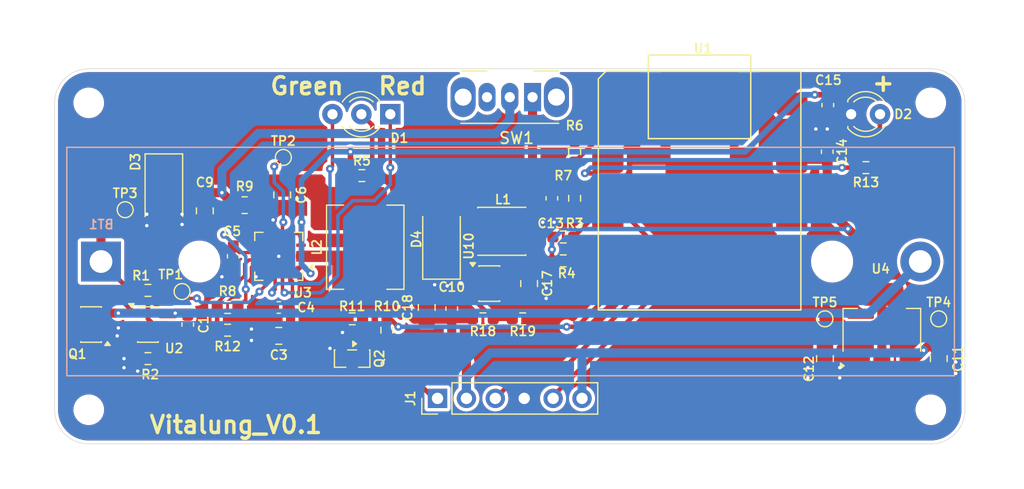
<source format=kicad_pcb>
(kicad_pcb (version 20241229) (generator "pcbnew") (generator_version "9.0")
  (title_block (title "Vitalung") (date "2026-02-05") (rev "0.1"))
  (layers (0 "F.Cu" signal) (2 "B.Cu" signal) (13 "F.Paste" user) (15 "B.Paste" user) (5 "F.SilkS" user "F.Silkscreen") (7 "B.SilkS" user "B.Silkscreen") (1 "F.Mask" user) (3 "B.Mask" user) (25 "Edge.Cuts" user))
  (net 0 "")
  (net 1 "+BATT")
  (net 2 "Net-(BT1--)")
  (net 3 "Net-(U2-VCC)")
  (net 4 "GND")
  (net 5 "VBUS")
  (net 6 "VREG")
  (net 7 "Net-(U3-VS)")
  (net 8 "+5V")
  (net 9 "+3V3")
  (net 10 "BTSENS")
  (net 11 "Net-(D1-A)")
  (net 12 "Net-(D4-A)")
  (net 13 "Net-(J1-Pin_1)")
  (net 14 "SDA")
  (net 15 "SCL")
  (net 16 "Net-(U3-LX_1)")
  (net 18 "Net-(Q1-G1)")
  (net 19 "Net-(Q1-G2)")
  (net 21 "Net-(Q2-G)")
  (net 22 "Net-(U2-CS)")
  (net 23 "Net-(U3-TS)")
  (net 24 "Heater_En")
  (net 25 "Net-(U10-FB)")
  (net 26 "Net-(U3-CS)")
  (net 27 "Net-(U3-PWR_ON-)")
  (net 32 "/Green")
  (net 33 "/Red")
  (net 35 "Net-(D2-A)")
  (net 37 "Net-(SW1-A)")
  (net 40 "Net-(U1-PA10_A2_D2)")
  (footprint "Capacitor_SMD:C_0805_2012Metric_Pad1.18x1.45mm_HandSolder" (layer "F.Cu") (at 159.5 95.9 -90)
    (property "Reference" "C17")
    (property "Value" "10uF")
  )
  (footprint "Resistor_SMD:R_0603_1608Metric_Pad0.98x0.95mm_HandSolder" (layer "F.Cu") (at 155.4375 99 180)
    (property "Reference" "R18")
    (property "Value" "20K")
  )
  (footprint "Resistor_SMD:R_0603_1608Metric_Pad0.98x0.95mm_HandSolder" (layer "F.Cu") (at 126 96.5)
    (property "Reference" "R1")
    (property "Value" "100R")
  )
  (footprint "TestPoint:TestPoint_Pad_D1.0mm" (layer "F.Cu") (at 185.5 99)
    (property "Reference" "TP5")
    (property "Value" "TestPoint")
  )
  (footprint "Resistor_SMD:R_0603_1608Metric_Pad0.98x0.95mm_HandSolder" (layer "F.Cu") (at 143.95 99)
    (property "Reference" "R11")
    (property "Value" "10K")
  )
  (footprint "Diode_SMD:D_SMA" (layer "F.Cu") (at 151.8 92 90)
    (property "Reference" "D4")
    (property "Value" "SS34")
  )
  (footprint "Capacitor_SMD:C_0805_2012Metric_Pad1.18x1.45mm_HandSolder" (layer "F.Cu") (at 195.5 102.5 -90)
    (property "Reference" "C11")
    (property "Value" "10uF")
  )
  (footprint "Resistor_SMD:R_0805_2012Metric_Pad1.20x1.40mm_HandSolder" (layer "F.Cu") (at 134.5 89)
    (property "Reference" "R9")
    (property "Value" "0.1R")
  )
  (footprint "Capacitor_SMD:C_0805_2012Metric_Pad1.18x1.45mm_HandSolder" (layer "F.Cu") (at 137.5 100.5 180)
    (property "Reference" "C3")
    (property "Value" "10uF")
  )
  (footprint "Capacitor_SMD:C_0805_2012Metric_Pad1.18x1.45mm_HandSolder" (layer "F.Cu") (at 150.5 98 90)
    (property "Reference" "C18")
    (property "Value" "10uF")
  )
  (footprint "Resistor_SMD:R_0603_1608Metric_Pad0.98x0.95mm_HandSolder" (layer "F.Cu") (at 126 102.5)
    (property "Reference" "R2")
    (property "Value" "1K")
  )
  (footprint "Package_TO_SOT_SMD:SOT-23-6" (layer "F.Cu") (at 126 99.5)
    (property "Reference" "U2")
    (property "Value" "DW01A")
  )
  (footprint "Capacitor_SMD:C_0603_1608Metric_Pad1.08x0.95mm_HandSolder" (layer "F.Cu") (at 133.5 93.5 -90)
    (property "Reference" "C5")
    (property "Value" "100nF")
  )
  (footprint "Button_Switch_THT:SW_Slide_SPDT_Angled_CK_OS102011MA1Q" (layer "F.Cu") (at 159.8 79.5 180)
    (property "Reference" "SW1")
    (property "Value" "SW_SPDT")
  )
  (footprint "Inductor_SMD:L_Abracon_ASPI-0425" (layer "F.Cu") (at 157.1 91.3 180)
    (property "Reference" "L1")
    (property "Value" "4.7uH")
  )
  (footprint "Resistor_SMD:R_0603_1608Metric_Pad0.98x0.95mm_HandSolder" (layer "F.Cu") (at 163.5 84.3 90)
    (property "Reference" "R6")
    (property "Value" "100K")
  )
  (footprint "Connector_PinHeader_2.54mm:PinHeader_1x06_P2.54mm_Vertical" (layer "F.Cu") (at 151.45 106 90)
    (property "Reference" "J1")
    (property "Value" "Conn_01x06")
  )
  (footprint "Package_TO_SOT_SMD:SOT-23" (layer "F.Cu") (at 143.95 102.5 -90)
    (property "Reference" "Q2")
    (property "Value" "AO3400A")
  )
  (footprint "Inductor_SMD:L_Abracon_ASPI-0630LR" (layer "F.Cu") (at 145.1 92.7 90)
    (property "Reference" "L2")
    (property "Value" "22uH")
  )
  (footprint "Capacitor_SMD:C_0805_2012Metric_Pad1.18x1.45mm_HandSolder" (layer "F.Cu") (at 185.5 102.5 -90)
    (property "Reference" "C12")
    (property "Value" "10uF")
  )
  (footprint "Resistor_SMD:R_0603_1608Metric_Pad0.98x0.95mm_HandSolder" (layer "F.Cu") (at 163.5 88.4 90)
    (property "Reference" "R7")
    (property "Value" "180K")
  )
  (footprint "MountingHole:MountingHole_2.2mm_M2" (layer "F.Cu") (at 194.8 107)
    (property "Reference" "H2" (hide yes))
    (property "Value" "MountingHole")
  )
  (footprint "Package_TO_SOT_SMD:SOT-23-6" (layer "F.Cu") (at 156 95.9)
    (property "Reference" "U10")
    (property "Value" "MT3608")
  )
  (footprint "Resistor_SMD:R_0603_1608Metric_Pad0.98x0.95mm_HandSolder" (layer "F.Cu") (at 162.5 93.9 180)
    (property "Reference" "R4")
    (property "Value" "10K")
  )
  (footprint "MountingHole:MountingHole_2.2mm_M2" (layer "F.Cu") (at 120.8 80)
    (property "Reference" "H1" (hide yes))
    (property "Value" "MountingHole")
  )
  (footprint "Resistor_SMD:R_0603_1608Metric_Pad0.98x0.95mm_HandSolder" (layer "F.Cu") (at 144.8 86.4 180)
    (property "Reference" "R5")
    (property "Value" "1K")
  )
  (footprint "TestPoint:TestPoint_Pad_D1.0mm" (layer "F.Cu") (at 137.9 84.8)
    (property "Reference" "TP2")
    (property "Value" "TestPoint")
  )
  (footprint "Capacitor_SMD:C_0603_1608Metric_Pad1.08x0.95mm_HandSolder" (layer "F.Cu") (at 185.7 84.3 90)
    (property "Reference" "C14")
    (property "Value" "100nF")
  )
  (footprint "Resistor_SMD:R_0603_1608Metric_Pad0.98x0.95mm_HandSolder" (layer "F.Cu") (at 133 98)
    (property "Reference" "R8")
    (property "Value" "TBD")
  )
  (footprint "Capacitor_SMD:C_0805_2012Metric_Pad1.18x1.45mm_HandSolder" (layer "F.Cu") (at 131 89.5 -90)
    (property "Reference" "C9")
    (property "Value" "10uF")
  )
  (footprint "Diode_SMD:D_SMA" (layer "F.Cu") (at 127.4 88 -90)
    (property "Reference" "D3")
    (property "Value" "SMAJ5.0A")
  )
  (footprint "Capacitor_SMD:C_0603_1608Metric_Pad1.08x0.95mm_HandSolder" (layer "F.Cu") (at 152.7 98.1 90)
    (property "Reference" "C10")
    (property "Value" "100nF")
  )
  (footprint "LED_THT:LED_D3.0mm" (layer "F.Cu") (at 187.8 81)
    (property "Reference" "D2")
    (property "Value" "LED")
  )
  (footprint "MountingHole:MountingHole_2.2mm_M2" (layer "F.Cu") (at 120.8 107)
    (property "Reference" "H3" (hide yes))
    (property "Value" "MountingHole")
  )
  (footprint "Resistor_SMD:R_0603_1608Metric_Pad0.98x0.95mm_HandSolder" (layer "F.Cu") (at 133 100 180)
    (property "Reference" "R12")
    (property "Value" "0R")
  )
  (footprint "TestPoint:TestPoint_Pad_D1.0mm" (layer "F.Cu") (at 129 96.6)
    (property "Reference" "TP1")
    (property "Value" "TestPoint")
  )
  (footprint "MountingHole:MountingHole_2.2mm_M2" (layer "F.Cu") (at 194.8 80)
    (property "Reference" "H4" (hide yes))
    (property "Value" "MountingHole")
  )
  (footprint "TestPoint:TestPoint_Pad_D1.0mm" (layer "F.Cu") (at 195.5 99)
    (property "Reference" "TP4")
    (property "Value" "TestPoint")
  )
  (footprint "LED_THT:LED_D3.0mm-3" (layer "F.Cu") (at 147.3 81 180)
    (property "Reference" "D1")
    (property "Value" "LED_Dual_KAK")
  )
  (footprint "Capacitor_SMD:C_0603_1608Metric_Pad1.08x0.95mm_HandSolder" (layer "F.Cu") (at 137.5 98 180)
    (property "Reference" "C4")
    (property "Value" "100nF")
  )
  (footprint "Capacitor_SMD:C_0805_2012Metric_Pad1.18x1.45mm_HandSolder" (layer "F.Cu") (at 137.8 88.1 -90)
    (property "Reference" "C6")
    (property "Value" "10uF")
  )
  (footprint "Package_TO_SOT_SMD:SOT-23-6" (layer "F.Cu") (at 121 99.5 180)
    (property "Reference" "Q1")
    (property "Value" "FS8205A")
  )
  (footprint "TestPoint:TestPoint_Pad_D1.0mm" (layer "F.Cu") (at 124 89.4)
    (property "Reference" "TP3")
    (property "Value" "TestPoint")
  )
  (footprint "Resistor_SMD:R_0603_1608Metric_Pad0.98x0.95mm_HandSolder" (layer "F.Cu") (at 162.5 91.8 180)
    (property "Reference" "R3")
    (property "Value" "10K")
  )
  (footprint "xiao ESP32C3_PCB:ESP32C3-SeedStudio-SMD-2.54-21X17.8MM" (layer "F.Cu") (at 165.5825 98.21925)
    (property "Reference" "U1")
    (property "Value" "ESP32C3_Seeed-Studio")
  )
  (footprint "Resistor_SMD:R_0603_1608Metric_Pad0.98x0.95mm_HandSolder" (layer "F.Cu") (at 158.9375 99 180)
    (property "Reference" "R19")
    (property "Value" "2.7K")
  )
  (footprint "Package_DFN_QFN:QFN-16-1EP_4x4mm_P0.65mm_EP2.1x2.1mm" (layer "F.Cu") (at 137.5 93.5 180)
    (property "Reference" "U3")
    (property "Value" "TP5100")
  )
  (footprint "Resistor_SMD:R_0603_1608Metric_Pad0.98x0.95mm_HandSolder" (layer "F.Cu") (at 147 100 90)
    (property "Reference" "R10")
    (property "Value" "1K")
  )
  (footprint "Capacitor_SMD:C_0603_1608Metric_Pad1.08x0.95mm_HandSolder" (layer "F.Cu") (at 185.75 80.2 -90)
    (property "Reference" "C15")
    (property "Value" "100nF")
  )
  (footprint "Resistor_SMD:R_0603_1608Metric_Pad0.98x0.95mm_HandSolder" (layer "F.Cu") (at 189.1 85.7)
    (property "Reference" "R13")
    (property "Value" "470R")
  )
  (footprint "Capacitor_SMD:C_0603_1608Metric_Pad1.08x0.95mm_HandSolder" (layer "F.Cu") (at 129.5 99.5 90)
    (property "Reference" "C1")
    (property "Value" "100nF")
  )
  (footprint "Capacitor_SMD:C_0603_1608Metric_Pad1.08x0.95mm_HandSolder" (layer "F.Cu") (at 161.5 88.4 -90)
    (property "Reference" "C13")
    (property "Value" "100nF")
  )
  (footprint "Package_TO_SOT_SMD:SOT-223-3_TabPin2" (layer "F.Cu") (at 190.5 100 90)
    (property "Reference" "U4")
    (property "Value" "AMS1117-3.3")
  )
  (footprint "Battery:BatteryHolder_MPD_BH-18650-PC2" (layer "B.Cu") (at 121.875 93.96)
    (property "Reference" "BT1")
    (property "Value" "Battery_Cell")
  )
  (gr_line (start 117.8 107) (end 117.8 80) (stroke (width 0.05)) (layer "Edge.Cuts"))
  (gr_arc (start 194.8 77) (mid 196.92132 77.87868) (end 197.8 80) (stroke (width 0.05)) (layer "Edge.Cuts"))
  (gr_arc (start 117.8 80) (mid 118.67868 77.87868) (end 120.8 77) (stroke (width 0.05)) (layer "Edge.Cuts"))
  (gr_arc (start 197.8 107) (mid 196.92132 109.12132) (end 194.8 110) (stroke (width 0.05)) (layer "Edge.Cuts"))
  (gr_line (start 194.8 77) (end 120.8 77) (stroke (width 0.05)) (layer "Edge.Cuts"))
  (gr_line (start 197.8 80) (end 197.8 107) (stroke (width 0.05)) (layer "Edge.Cuts"))
  (gr_line (start 194.8 110) (end 120.8 110) (stroke (width 0.05)) (layer "Edge.Cuts"))
  (gr_arc (start 120.8 110) (mid 118.67868 109.12132) (end 117.8 107) (stroke (width 0.05)) (layer "Edge.Cuts"))
  (gr_text "Red" (at 146.1 79.4 0) (layer "F.SilkS") (effects (font (size 1.5 1.5) (thickness 0.3) (bold yes)) (justify left bottom)))
  (gr_text "+" (at 189.5 79.1 0) (layer "F.SilkS") (effects (font (size 1.5 1.5) (thickness 0.3) (bold yes)) (justify left bottom)))
  (gr_text "Green" (at 136.6 79.4 0) (layer "F.SilkS") (effects (font (size 1.5 1.5) (thickness 0.3) (bold yes)) (justify left bottom)))
  (gr_text "Vitalung_V0.1" (at 126 109.2 0) (layer "F.SilkS") (effects (font (size 1.5 1.5) (thickness 0.3) (bold yes)) (justify left bottom)))
  (segment (start 131 87.4) (end 129.6 86) (width 0.8) (layer "F.Cu") (net 1))
  (segment (start 125.0875 96.5) (end 124.415 96.5) (width 0.4) (layer "F.Cu") (net 1))
  (segment (start 127.4 86) (end 121.875 91.525) (width 0.8) (layer "F.Cu") (net 1))
  (segment (start 132.5 87.9) (end 131.5625 87.9) (width 0.8) (layer "F.Cu") (net 1))
  (segment (start 132.5 87.9) (end 133.5 88.9) (width 0.8) (layer "F.Cu") (net 1))
  (segment (start 129.6 86) (end 127.4 86) (width 0.8) (layer "F.Cu") (net 1))
  (segment (start 135.55 92.525) (end 135.025 92.525) (width 0.3) (layer "F.Cu") (net 1))
  (segment (start 121.875 91.525) (end 121.875 93.96) (width 0.8) (layer "F.Cu") (net 1))
  (segment (start 135.025 92.525) (end 133.5 91) (width 0.3) (layer "F.Cu") (net 1))
  (segment (start 131.5625 87.9) (end 131 88.4625) (width 0.8) (layer "F.Cu") (net 1))
  (segment (start 124.415 96.5) (end 121.875 93.96) (width 0.4) (layer "F.Cu") (net 1))
  (segment (start 131 88.4625) (end 131 87.4) (width 0.8) (layer "F.Cu") (net 1))
  (segment (start 133.5 91) (end 133.5 89) (width 0.3) (layer "F.Cu") (net 1))
  (segment (start 133.5 88.9) (end 133.5 89) (width 0.8) (layer "F.Cu") (net 1))
  (via (at 132.5 87.9) (size 0.7) (drill 0.3) (layers "F.Cu" "B.Cu") (net 1))
  (segment (start 157.8 81.5) (end 157.8 79.5) (width 0.8) (layer "B.Cu") (net 1))
  (segment (start 135.7 82.7) (end 156.6 82.7) (width 0.8) (layer "B.Cu") (net 1))
  (segment (start 132.5 85.9) (end 135.7 82.7) (width 0.8) (layer "B.Cu") (net 1))
  (segment (start 132.5 87.9) (end 132.5 85.9) (width 0.8) (layer "B.Cu") (net 1))
  (segment (start 156.6 82.7) (end 157.8 81.5) (width 0.8) (layer "B.Cu") (net 1))
  (segment (start 129.3625 98.5) (end 129.5 98.6375) (width 0.8) (layer "F.Cu") (net 2))
  (segment (start 123.4 98.5) (end 122.1875 98.5) (width 0.8) (layer "F.Cu") (net 2))
  (segment (start 128.4 98.5) (end 129.3625 98.5) (width 0.8) (layer "F.Cu") (net 2))
  (segment (start 122.1875 98.5) (end 122.1375 98.55) (width 0.8) (layer "F.Cu") (net 2))
  (segment (start 128.35 98.55) (end 128.4 98.5) (width 0.8) (layer "F.Cu") (net 2))
  (segment (start 127.1375 98.55) (end 128.35 98.55) (width 0.8) (layer "F.Cu") (net 2))
  (via (at 128.4 98.5) (size 0.7) (drill 0.3) (layers "F.Cu" "B.Cu") (net 2))
  (via (at 123.4 98.5) (size 0.7) (drill 0.3) (layers "F.Cu" "B.Cu") (net 2))
  (segment (start 128.4 98.5) (end 189.4 98.5) (width 0.8) (layer "B.Cu") (net 2))
  (segment (start 189.4 98.5) (end 193.875 94.025) (width 0.8) (layer "B.Cu") (net 2))
  (segment (start 193.875 94.025) (end 193.875 93.96) (width 0.8) (layer "B.Cu") (net 2))
  (segment (start 123.4 98.5) (end 128.4 98.5) (width 0.8) (layer "B.Cu") (net 2))
  (segment (start 126 97.4125) (end 126.9125 96.5) (width 0.4) (layer "F.Cu") (net 3))
  (segment (start 126.5 99.5) (end 126 99) (width 0.4) (layer "F.Cu") (net 3))
  (segment (start 126 99) (end 126 97.4125) (width 0.4) (layer "F.Cu") (net 3))
  (segment (start 127.1375 99.5) (end 128.6375 99.5) (width 0.4) (layer "F.Cu") (net 3))
  (segment (start 128.6375 99.5) (end 129.5 100.3625) (width 0.4) (layer "F.Cu") (net 3))
  (segment (start 127.1375 99.5) (end 126.5 99.5) (width 0.4) (layer "F.Cu") (net 3))
  (via (at 137.5 93.5) (size 0.7) (drill 0.3) (layers "F.Cu" "B.Cu") (net 4))
  (via (at 135.1 100.9) (size 0.7) (drill 0.3) (layers "F.Cu" "B.Cu") (net 4))
  (via (at 184 104.2) (size 0.7) (drill 0.3) (layers "F.Cu" "B.Cu") (net 4))
  (via (at 161 96.3) (size 0.7) (drill 0.3) (layers "F.Cu" "B.Cu") (net 4))
  (via (at 135.1 99.9) (size 0.7) (drill 0.3) (layers "F.Cu" "B.Cu") (net 4))
  (via (at 125.9 90.8) (size 0.7) (drill 0.3) (layers "F.Cu" "B.Cu") (net 4))
  (via (at 161.7 90.5) (size 0.7) (drill 0.3) (layers "F.Cu" "B.Cu") (net 4))
  (via (at 135.5 95.3) (size 0.7) (drill 0.3) (layers "F.Cu" "B.Cu") (net 4))
  (via (at 123.9 103.3) (size 0.7) (drill 0.3) (layers "F.Cu" "B.Cu") (net 4))
  (via (at 161 97.2) (size 0.7) (drill 0.3) (layers "F.Cu" "B.Cu") (net 4))
  (via (at 129 90.7) (size 0.7) (drill 0.3) (layers "F.Cu" "B.Cu") (net 4))
  (via (at 184.7 82.3) (size 0.7) (drill 0.3) (layers "F.Cu" "B.Cu") (net 4))
  (via (at 142 101.6) (size 0.7) (drill 0.3) (layers "F.Cu" "B.Cu") (net 4))
  (via (at 197 102.8) (size 0.7) (drill 0.3) (layers "F.Cu" "B.Cu") (net 4))
  (via (at 123.9 102.5) (size 0.7) (drill 0.3) (layers "F.Cu" "B.Cu") (net 4))
  (via (at 186.8 103.3) (size 0.7) (drill 0.3) (layers "F.Cu" "B.Cu") (net 4))
  (via (at 129 89.8) (size 0.7) (drill 0.3) (layers "F.Cu" "B.Cu") (net 4))
  (via (at 160.7 90.5) (size 0.7) (drill 0.3) (layers "F.Cu" "B.Cu") (net 4))
  (via (at 125.1 103.6) (size 0.7) (drill 0.3) (layers "F.Cu" "B.Cu") (net 4))
  (via (at 125.9 89.8) (size 0.7) (drill 0.3) (layers "F.Cu" "B.Cu") (net 4))
  (via (at 185.7 82.3) (size 0.7) (drill 0.3) (layers "F.Cu" "B.Cu") (net 4))
  (via (at 197 103.8) (size 0.7) (drill 0.3) (layers "F.Cu" "B.Cu") (net 4))
  (via (at 137 90.3) (size 0.7) (drill 0.3) (layers "F.Cu" "B.Cu") (net 4))
  (via (at 184 103.3) (size 0.7) (drill 0.3) (layers "F.Cu" "B.Cu") (net 4))
  (via (at 123.3 100.5) (size 0.7) (drill 0.3) (layers "F.Cu" "B.Cu") (net 4))
  (via (at 123.4 99.8) (size 0.7) (drill 0.3) (layers "F.Cu" "B.Cu") (net 4))
  (via (at 153.5 95.9) (size 0.7) (drill 0.3) (layers "F.Cu" "B.Cu") (net 4))
  (via (at 132.5 95.3) (size 0.7) (drill 0.3) (layers "F.Cu" "B.Cu") (net 4))
  (via (at 151.2 96) (size 0.7) (drill 0.3) (layers "F.Cu" "B.Cu") (net 4))
  (via (at 186.8 104.2) (size 0.7) (drill 0.3) (layers "F.Cu" "B.Cu") (net 4))
  (via (at 152.3 96.1) (size 0.7) (drill 0.3) (layers "F.Cu" "B.Cu") (net 4))
  (via (at 143.1 100.2) (size 0.7) (drill 0.3) (layers "F.Cu" "B.Cu") (net 4))
  (segment (start 138.5375 98.175) (end 138.3625 98) (width 0.8) (layer "F.Cu") (net 5))
  (segment (start 138.475 95.45) (end 139.45 94.475) (width 0.3) (layer "F.Cu") (net 5))
  (segment (start 138.5375 100.5) (end 138.5375 98.175) (width 0.8) (layer "F.Cu") (net 5))
  (segment (start 138.7 95.675) (end 138.7 97.6625) (width 0.3) (layer "F.Cu") (net 5))
  (segment (start 139.2 91.5) (end 138.525 91.5) (width 0.3) (layer "F.Cu") (net 5))
  (segment (start 139.45 94.475) (end 139.775 94.475) (width 0.3) (layer "F.Cu") (net 5))
  (segment (start 183.36175 79.28825) (end 182.5825 80.0675) (width 0.5) (layer "F.Cu") (net 5))
  (segment (start 139.5 91.7) (end 139.5 90.5) (width 0.5) (layer "F.Cu") (net 5))
  (segment (start 185.70075 79.28825) (end 183.36175 79.28825) (width 0.5) (layer "F.Cu") (net 5))
  (segment (start 185.75 79.3375) (end 185.70075 79.28825) (width 0.5) (layer "F.Cu") (net 5))
  (segment (start 139.45 91.75) (end 139.2 91.5) (width 0.3) (layer "F.Cu") (net 5))
  (segment (start 139.45 91.75) (end 139.5 91.7) (width 0.5) (layer "F.Cu") (net 5))
  (segment (start 143.8 84.301) (end 143.8 86.3125) (width 0.5) (layer "F.Cu") (net 5))
  (segment (start 138.475 95.45) (end 138.7 95.675) (width 0.3) (layer "F.Cu") (net 5))
  (segment (start 138.7 97.6625) (end 138.3625 98) (width 0.3) (layer "F.Cu") (net 5))
  (segment (start 138.525 91.5) (end 138.475 91.55) (width 0.3) (layer "F.Cu") (net 5))
  (segment (start 139.45 92.525) (end 139.45 91.75) (width 0.3) (layer "F.Cu") (net 5))
  (segment (start 182.5825 80.0675) (end 182.5825 80.09925) (width 0.5) (layer "F.Cu") (net 5))
  (segment (start 139.775 94.475) (end 140.3 95) (width 0.3) (layer "F.Cu") (net 5))
  (segment (start 143.8 86.3125) (end 143.8875 86.4) (width 0.5) (layer "F.Cu") (net 5))
  (via (at 184.6 79.28825) (size 0.7) (drill 0.3) (layers "F.Cu" "B.Cu") (net 5))
  (via (at 143.8 84.301) (size 0.7) (drill 0.3) (layers "F.Cu" "B.Cu") (net 5))
  (via (at 140.3 95) (size 0.7) (drill 0.3) (layers "F.Cu" "B.Cu") (net 5))
  (via (at 139.5 90.5) (size 0.7) (drill 0.3) (layers "F.Cu" "B.Cu") (net 5))
  (segment (start 140.75 85.55) (end 139.5 86.8) (width 0.5) (layer "B.Cu") (net 5))
  (segment (start 139.5 94.2) (end 140.3 95) (width 0.5) (layer "B.Cu") (net 5))
  (segment (start 143.8 84.301) (end 178.499 84.301) (width 0.5) (layer "B.Cu") (net 5))
  (segment (start 183.51175 79.28825) (end 184.6 79.28825) (width 0.5) (layer "B.Cu") (net 5))
  (segment (start 178.499 84.301) (end 183.51175 79.28825) (width 0.5) (layer "B.Cu") (net 5))
  (segment (start 141.999 84.301) (end 143.8 84.301) (width 0.5) (layer "B.Cu") (net 5))
  (segment (start 139.5 86.8) (end 139.5 90.5) (width 0.5) (layer "B.Cu") (net 5))
  (segment (start 140.75 85.55) (end 141.999 84.301) (width 0.5) (layer "B.Cu") (net 5))
  (segment (start 139.5 90.5) (end 139.5 94.2) (width 0.5) (layer "B.Cu") (net 5))
  (segment (start 134.6 97.3125) (end 133.9125 98) (width 0.3) (layer "F.Cu") (net 6))
  (segment (start 133.5 92.6375) (end 133.5 92.4) (width 0.3) (layer "F.Cu") (net 6))
  (segment (start 134.6 96.4) (end 134.6 97.3125) (width 0.3) (layer "F.Cu") (net 6))
  (segment (start 135.55 93.175) (end 134.0375 93.175) (width 0.3) (layer "F.Cu") (net 6))
  (segment (start 134.0375 93.175) (end 133.5 92.6375) (width 0.3) (layer "F.Cu") (net 6))
  (segment (start 133.5 92.4) (end 132.7 91.6) (width 0.3) (layer "F.Cu") (net 6))
  (via (at 132.7 91.6) (size 0.7) (drill 0.3) (layers "F.Cu" "B.Cu") (net 6))
  (via (at 134.6 96.4) (size 0.7) (drill 0.3) (layers "F.Cu" "B.Cu") (net 6))
  (segment (start 134.6 93.5) (end 132.7 91.6) (width 0.3) (layer "B.Cu") (net 6))
  (segment (start 134.6 96.4) (end 134.6 93.5) (width 0.3) (layer "B.Cu") (net 6))
  (segment (start 150.5 99.0375) (end 152.625 99.0375) (width 0.8) (layer "F.Cu") (net 8))
  (segment (start 152.625 99.0375) (end 152.7 98.9625) (width 0.8) (layer "F.Cu") (net 8))
  (segment (start 152.7 98.9625) (end 152.7 101.5) (width 0.8) (layer "F.Cu") (net 8))
  (segment (start 148.6 96.3) (end 150.9 94) (width 0.8) (layer "F.Cu") (net 8))
  (segment (start 194.4875 101.4625) (end 192.8 103.15) (width 0.8) (layer "F.Cu") (net 8))
  (segment (start 149.4375 99.0375) (end 148.6 98.2) (width 0.8) (layer "F.Cu") (net 8))
  (segment (start 195.5 101.4625) (end 194.4875 101.4625) (width 0.8) (layer "F.Cu") (net 8))
  (segment (start 154.525 99) (end 152.7375 99) (width 0.8) (layer "F.Cu") (net 8))
  (segment (start 153.99 102.79) (end 153.99 106) (width 0.8) (layer "F.Cu") (net 8))
  (segment (start 152.7 101.5) (end 153.99 102.79) (width 0.8) (layer "F.Cu") (net 8))
  (segment (start 195.5 101.4625) (end 195.5 99) (width 0.8) (layer "F.Cu") (net 8))
  (segment (start 152.7375 99) (end 152.7 98.9625) (width 0.8) (layer "F.Cu") (net 8))
  (segment (start 150.9 94) (end 151.8 94) (width 0.8) (layer "F.Cu") (net 8))
  (segment (start 148.6 98.2) (end 148.6 96.3) (width 0.8) (layer "F.Cu") (net 8))
  (segment (start 150.5 99.0375) (end 149.4375 99.0375) (width 0.8) (layer "F.Cu") (net 8))
  (via (at 194.175 101.775) (size 0.7) (drill 0.3) (layers "F.Cu" "B.Cu") (net 8))
  (segment (start 166.7 102) (end 164.4 102) (width 0.8) (layer "B.Cu") (net 8))
  (segment (start 153.99 106) (end 153.99 104.11) (width 0.8) (layer "B.Cu") (net 8))
  (segment (start 156.1 102) (end 166.7 102) (width 0.8) (layer "B.Cu") (net 8))
  (segment (start 193.95 102) (end 166.7 102) (width 0.8) (layer "B.Cu") (net 8))
  (segment (start 194.175 101.775) (end 193.95 102) (width 0.8) (layer "B.Cu") (net 8))
  (segment (start 153.99 104.11) (end 156.1 102) (width 0.8) (layer "B.Cu") (net 8))
  (segment (start 164.15 102.25) (end 164.15 106) (width 0.8) (layer "B.Cu") (net 8))
  (segment (start 164.4 102) (end 164.15 102.25) (width 0.8) (layer "B.Cu") (net 8))
  (segment (start 185.7 85.1625) (end 182.59925 85.1625) (width 0.4) (layer "F.Cu") (net 9))
  (segment (start 161.5 92.9) (end 161.5 93.8125) (width 0.4) (layer "F.Cu") (net 9))
  (segment (start 187.2625 99.7) (end 186.5625 99) (width 0.8) (layer "F.Cu") (net 9))
  (segment (start 161.5 91.8875) (end 161.5875 91.8) (width 0.4) (layer "F.Cu") (net 9))
  (segment (start 190.5 96.85) (end 190.5 94.061907) (width 0.8) (layer "F.Cu") (net 9))
  (segment (start 161.5 93.8125) (end 161.5875 93.9) (width 0.4) (layer "F.Cu") (net 9))
  (segment (start 186.5625 99) (end 185.5 99) (width 0.8) (layer "F.Cu") (net 9))
  (segment (start 190.5 96.85) (end 190.5 99.7) (width 0.8) (layer "F.Cu") (net 9))
  (segment (start 190.5 94.061907) (end 185.7 89.261907) (width 0.8) (layer "F.Cu") (net 9))
  (segment (start 185.7 89.261907) (end 185.7 85.1625) (width 0.8) (layer "F.Cu") (net 9))
  (segment (start 185.5 101.4625) (end 187.2625 99.7) (width 0.8) (layer "F.Cu") (net 9))
  (segment (start 182.59925 85.1625) (end 182.5825 85.17925) (width 0.4) (layer "F.Cu") (net 9))
  (segment (start 187.2625 99.7) (end 190.5 99.7) (width 0.8) (layer "F.Cu") (net 9))
  (segment (start 161.5 92.9) (end 161.5 91.8875) (width 0.4) (layer "F.Cu") (net 9))
  (segment (start 190.5 99.7) (end 190.5 103.15) (width 0.8) (layer "F.Cu") (net 9))
  (via (at 161.5 92.9) (size 0.7) (drill 0.3) (layers "F.Cu" "B.Cu") (net 9))
  (via (at 187.519046 91.080954) (size 0.7) (drill 0.3) (layers "F.Cu" "B.Cu") (net 9))
  (segment (start 162.5 91.1) (end 187.5 91.1) (width 0.4) (layer "B.Cu") (net 9))
  (segment (start 161.5 92.9) (end 161.5 92.1) (width 0.4) (layer "B.Cu") (net 9))
  (segment (start 187.5 91.1) (end 187.519046 91.080954) (width 0.4) (layer "B.Cu") (net 9))
  (segment (start 161.5 92.1) (end 162.5 91.1) (width 0.4) (layer "B.Cu") (net 9))
  (segment (start 163.5 85.2125) (end 166.07325 82.63925) (width 0.4) (layer "F.Cu") (net 10))
  (segment (start 163.5 87.4875) (end 163.45 87.5375) (width 0.4) (layer "F.Cu") (net 10))
  (segment (start 163.45 87.5375) (end 161.5 87.5375) (width 0.4) (layer "F.Cu") (net 10))
  (segment (start 163.5 87.4875) (end 163.5 85.2125) (width 0.4) (layer "F.Cu") (net 10))
  (segment (start 166.07325 82.63925) (end 166.4175 82.63925) (width 0.4) (layer "F.Cu") (net 10))
  (segment (start 145.7125 86.4) (end 145.7125 81.9525) (width 0.4) (layer "F.Cu") (net 11))
  (segment (start 145.7125 81.9525) (end 144.76 81) (width 0.4) (layer "F.Cu") (net 11))
  (segment (start 154.8625 94.95) (end 154.8625 91.8125) (width 0.8) (layer "F.Cu") (net 12))
  (segment (start 155.375 91.3) (end 155.575 91.3) (width 0.8) (layer "F.Cu") (net 12))
  (segment (start 152.9 91.1) (end 151.8 90) (width 1) (layer "F.Cu") (net 12))
  (segment (start 155.375 91.1) (end 152.9 91.1) (width 1) (layer "F.Cu") (net 12))
  (segment (start 155.575 91.3) (end 155.375 91.1) (width 1) (layer "F.Cu") (net 12))
  (segment (start 154.8625 91.8125) (end 155.375 91.3) (width 0.8) (layer "F.Cu") (net 12))
  (segment (start 143.95 103.4375) (end 148.5625 103.4375) (width 0.4) (layer "F.Cu") (net 13))
  (segment (start 151.125 106) (end 151.45 106) (width 0.4) (layer "F.Cu") (net 13))
  (segment (start 148.5625 103.4375) (end 151.125 106) (width 0.4) (layer "F.Cu") (net 13))
  (segment (start 163.4125 91.8) (end 164.95325 90.25925) (width 0.4) (layer "F.Cu") (net 14))
  (segment (start 170.2 97.2) (end 170.2 92.1) (width 0.4) (layer "F.Cu") (net 14))
  (segment (start 164.95325 90.25925) (end 166.4175 90.25925) (width 0.4) (layer "F.Cu") (net 14))
  (segment (start 161.61 106) (end 161.61 105.79) (width 0.4) (layer "F.Cu") (net 14))
  (segment (start 170.2 92.1) (end 168.35925 90.25925) (width 0.4) (layer "F.Cu") (net 14))
  (segment (start 168.35925 90.25925) (end 166.4175 90.25925) (width 0.4) (layer "F.Cu") (net 14))
  (segment (start 161.61 105.79) (end 170.2 97.2) (width 0.4) (layer "F.Cu") (net 14))
  (segment (start 156.53 106) (end 158.43 104.1) (width 0.4) (layer "F.Cu") (net 15))
  (segment (start 169.2 93.5) (end 168.49925 92.79925) (width 0.4) (layer "F.Cu") (net 15))
  (segment (start 169.2 96.7) (end 169.2 93.5) (width 0.4) (layer "F.Cu") (net 15))
  (segment (start 164.51325 92.79925) (end 166.4175 92.79925) (width 0.4) (layer "F.Cu") (net 15))
  (segment (start 161.8 104.1) (end 169.2 96.7) (width 0.4) (layer "F.Cu") (net 15))
  (segment (start 163.4125 93.9) (end 164.51325 92.79925) (width 0.4) (layer "F.Cu") (net 15))
  (segment (start 158.43 104.1) (end 161.8 104.1) (width 0.4) (layer "F.Cu") (net 15))
  (segment (start 168.49925 92.79925) (end 166.4175 92.79925) (width 0.4) (layer "F.Cu") (net 15))
  (segment (start 120.9125 101.5) (end 123.8125 101.5) (width 0.4) (layer "F.Cu") (net 18))
  (segment (start 123.8125 101.5) (end 124.8625 100.45) (width 0.4) (layer "F.Cu") (net 18))
  (segment (start 119.8625 100.45) (end 120.9125 101.5) (width 0.4) (layer "F.Cu") (net 18))
  (segment (start 119.8625 98.55) (end 121.0125 97.4) (width 0.4) (layer "F.Cu") (net 19))
  (segment (start 123.7125 97.4) (end 124.8625 98.55) (width 0.4) (layer "F.Cu") (net 19))
  (segment (start 121.0125 97.4) (end 123.7125 97.4) (width 0.4) (layer "F.Cu") (net 19))
  (segment (start 147 100.9125) (end 145.55 100.9125) (width 0.4) (layer "F.Cu") (net 21))
  (segment (start 144.8625 99) (end 144.8625 101.525) (width 0.4) (layer "F.Cu") (net 21))
  (segment (start 144.8625 101.525) (end 144.9 101.5625) (width 0.4) (layer "F.Cu") (net 21))
  (segment (start 145.55 100.9125) (end 144.9 101.5625) (width 0.4) (layer "F.Cu") (net 21))
  (segment (start 124.8625 99.5) (end 125.506388 99.5) (width 0.4) (layer "F.Cu") (net 22))
  (segment (start 125.506388 99.5) (end 126 99.993612) (width 0.4) (layer "F.Cu") (net 22))
  (segment (start 126 99.993612) (end 126 101.5875) (width 0.4) (layer "F.Cu") (net 22))
  (segment (start 126 101.5875) (end 126.9125 102.5) (width 0.4) (layer "F.Cu") (net 22))
  (segment (start 132.0875 97.6125) (end 132.0875 98) (width 0.3) (layer "F.Cu") (net 23))
  (segment (start 134.875 93.825) (end 134.5 94.2) (width 0.3) (layer "F.Cu") (net 23))
  (segment (start 135.55 93.825) (end 134.875 93.825) (width 0.3) (layer "F.Cu") (net 23))
  (segment (start 134.5 94.2) (end 134.5 95.2) (width 0.3) (layer "F.Cu") (net 23))
  (segment (start 132.0875 100) (end 132.0875 98) (width 0.4) (layer "F.Cu") (net 23))
  (segment (start 134.5 95.2) (end 132.0875 97.6125) (width 0.3) (layer "F.Cu") (net 23))
  (segment (start 147 99.0875) (end 147.3875 99.0875) (width 0.4) (layer "F.Cu") (net 24))
  (segment (start 163.7 99.7) (end 166.4 97) (width 0.4) (layer "F.Cu") (net 24))
  (segment (start 166.4 97) (end 166.4 95.35675) (width 0.4) (layer "F.Cu") (net 24))
  (segment (start 147.3875 99.0875) (end 148 99.7) (width 0.4) (layer "F.Cu") (net 24))
  (segment (start 166.4 95.35675) (end 166.4175 95.33925) (width 0.4) (layer "F.Cu") (net 24))
  (segment (start 162.8 99.7) (end 163.7 99.7) (width 0.4) (layer "F.Cu") (net 24))
  (via (at 162.8 99.7) (size 0.7) (drill 0.3) (layers "F.Cu" "B.Cu") (net 24))
  (via (at 148 99.7) (size 0.7) (drill 0.3) (layers "F.Cu" "B.Cu") (net 24))
  (segment (start 162.8 99.7) (end 148 99.7) (width 0.4) (layer "B.Cu") (net 24))
  (segment (start 154.8625 97.5125) (end 156.35 99) (width 0.4) (layer "F.Cu") (net 25))
  (segment (start 156.35 99) (end 158.025 99) (width 0.4) (layer "F.Cu") (net 25))
  (segment (start 154.8625 96.85) (end 154.8625 97.5125) (width 0.4) (layer "F.Cu") (net 25))
  (segment (start 136.525 95.875) (end 135.8 96.6) (width 0.3) (layer "F.Cu") (net 26))
  (segment (start 129.6 97.2) (end 129 96.6) (width 0.3) (layer "F.Cu") (net 26))
  (segment (start 130.3 97.2) (end 129.6 97.2) (width 0.3) (layer "F.Cu") (net 26))
  (segment (start 136.525 95.45) (end 136.525 95.875) (width 0.3) (layer "F.Cu") (net 26))
  (via (at 135.8 96.6) (size 0.7) (drill 0.3) (layers "F.Cu" "B.Cu") (net 26))
  (via (at 130.3 97.2) (size 0.7) (drill 0.3) (layers "F.Cu" "B.Cu") (net 26))
  (segment (start 134.869654 97.551) (end 130.651 97.551) (width 0.3) (layer "B.Cu") (net 26))
  (segment (start 130.651 97.551) (end 130.3 97.2) (width 0.3) (layer "B.Cu") (net 26))
  (segment (start 135.8 96.6) (end 135.8 96.620654) (width 0.3) (layer "B.Cu") (net 26))
  (segment (start 135.8 96.620654) (end 134.869654 97.551) (width 0.3) (layer "B.Cu") (net 26))
  (segment (start 137.9 90.5) (end 137.9 90.65) (width 0.3) (layer "F.Cu") (net 27))
  (segment (start 137.9 90.65) (end 137.825 90.725) (width 0.3) (layer "F.Cu") (net 27))
  (segment (start 137.1 85.6) (end 137.9 84.8) (width 0.3) (layer "F.Cu") (net 27))
  (segment (start 137.825 90.725) (end 137.825 91.55) (width 0.3) (layer "F.Cu") (net 27))
  (via (at 137.1 85.6) (size 0.7) (drill 0.3) (layers "F.Cu" "B.Cu") (net 27))
  (via (at 137.9 90.5) (size 0.7) (drill 0.3) (layers "F.Cu" "B.Cu") (net 27))
  (segment (start 137.1 87) (end 137.9 87.8) (width 0.3) (layer "B.Cu") (net 27))
  (segment (start 137.9 87.8) (end 137.9 90.5) (width 0.3) (layer "B.Cu") (net 27))
  (segment (start 137.1 85.6) (end 137.1 87) (width 0.3) (layer "B.Cu") (net 27))
  (segment (start 137.175 96.425) (end 136.9 96.7) (width 0.3) (layer "F.Cu") (net 32))
  (segment (start 142 85.8) (end 142.22 85.58) (width 0.3) (layer "F.Cu") (net 32))
  (segment (start 142.22 85.58) (end 142.22 81) (width 0.3) (layer "F.Cu") (net 32))
  (segment (start 137.175 95.45) (end 137.175 96.425) (width 0.3) (layer "F.Cu") (net 32))
  (via (at 142 85.8) (size 0.7) (drill 0.3) (layers "F.Cu" "B.Cu") (net 32))
  (via (at 136.9 96.7) (size 0.7) (drill 0.3) (layers "F.Cu" "B.Cu") (net 32))
  (segment (start 142 95) (end 142 85.8) (width 0.3) (layer "B.Cu") (net 32))
  (segment (start 141.1 95.9) (end 142 95) (width 0.3) (layer "B.Cu") (net 32))
  (segment (start 137.4 95.9) (end 141.1 95.9) (width 0.3) (layer "B.Cu") (net 32))
  (segment (start 136.9 96.4) (end 137.4 95.9) (width 0.3) (layer "B.Cu") (net 32))
  (segment (start 136.9 96.7) (end 136.9 96.4) (width 0.3) (layer "B.Cu") (net 32))
  (segment (start 137.83076 96.7) (end 137.825 96.69424) (width 0.3) (layer "F.Cu") (net 33))
  (segment (start 137.825 96.69424) (end 137.825 95.45) (width 0.3) (layer "F.Cu") (net 33))
  (segment (start 138 96.7) (end 137.83076 96.7) (width 0.3) (layer "F.Cu") (net 33))
  (segment (start 147.3 85.7) (end 147.3 81) (width 0.3) (layer "F.Cu") (net 33))
  (via (at 138 96.7) (size 0.7) (drill 0.3) (layers "F.Cu" "B.Cu") (net 33))
  (via (at 147.3 85.7) (size 0.7) (drill 0.3) (layers "F.Cu" "B.Cu") (net 33))
  (segment (start 147.3 87.2) (end 147.3 85.8) (width 0.3) (layer "B.Cu") (net 33))
  (segment (start 147.3 85.8) (end 147.3 85.7) (width 0.3) (layer "B.Cu") (net 33))
  (segment (start 145.9 88.6) (end 147.3 87.2) (width 0.3) (layer "B.Cu") (net 33))
  (segment (start 141.2 96.7) (end 142.7 95.2) (width 0.3) (layer "B.Cu") (net 33))
  (segment (start 138 96.7) (end 141.2 96.7) (width 0.3) (layer "B.Cu") (net 33))
  (segment (start 142.7 89.9) (end 144 88.6) (width 0.3) (layer "B.Cu") (net 33))
  (segment (start 142.7 95.2) (end 142.7 89.9) (width 0.3) (layer "B.Cu") (net 33))
  (segment (start 144 88.6) (end 145.9 88.6) (width 0.3) (layer "B.Cu") (net 33))
  (segment (start 190.3 85.4125) (end 190.3 82.04) (width 0.4) (layer "F.Cu") (net 35))
  (segment (start 190.3 82.04) (end 190.34 82) (width 0.4) (layer "F.Cu") (net 35))
  (segment (start 190.0125 85.7) (end 190.3 85.4125) (width 0.4) (layer "F.Cu") (net 35))
  (segment (start 159.8 86.2) (end 159.8 83.5) (width 0.8) (layer "F.Cu") (net 37))
  (segment (start 158.4625 95.9) (end 157.1375 95.9) (width 0.5) (layer "F.Cu") (net 37))
  (segment (start 159.6125 86.3875) (end 159.8 86.2) (width 0.8) (layer "F.Cu") (net 37))
  (segment (start 159.9125 83.3875) (end 159.8 83.5) (width 0.4) (layer "F.Cu") (net 37))
  (segment (start 158.625 93.9875) (end 159.5 94.8625) (width 0.8) (layer "F.Cu") (net 37))
  (segment (start 163.5 83.3875) (end 159.9125 83.3875) (width 0.4) (layer "F.Cu") (net 37))
  (segment (start 158.625 91.3) (end 158.625 87.375) (width 0.8) (layer "F.Cu") (net 37))
  (segment (start 159.8 83.5) (end 159.8 79.5) (width 0.8) (layer "F.Cu") (net 37))
  (segment (start 159.5 94.8625) (end 158.4625 95.9) (width 0.5) (layer "F.Cu") (net 37))
  (segment (start 157.1375 96.85) (end 157.1375 95.9) (width 0.4) (layer "F.Cu") (net 37))
  (segment (start 158.625 87.375) (end 159.6125 86.3875) (width 0.8) (layer "F.Cu") (net 37))
  (segment (start 158.625 91.3) (end 158.625 93.9875) (width 0.8) (layer "F.Cu") (net 37))
  (segment (start 165.39675 86.2) (end 166.4175 85.17925) (width 0.4) (layer "F.Cu") (net 40))
  (segment (start 164.4 86.2) (end 165.39675 86.2) (width 0.4) (layer "F.Cu") (net 40))
  (segment (start 187 85.7) (end 188.1875 85.7) (width 0.4) (layer "F.Cu") (net 40))
  (via (at 164.4 86.2) (size 0.7) (drill 0.3) (layers "F.Cu" "B.Cu") (net 40))
  (via (at 187 85.7) (size 0.7) (drill 0.3) (layers "F.Cu" "B.Cu") (net 40))
  (segment (start 164.9 85.7) (end 187 85.7) (width 0.4) (layer "B.Cu") (net 40))
  (segment (start 164.4 86.2) (end 164.9 85.7) (width 0.4) (layer "B.Cu") (net 40))
  (zone (net 16) (net_name "Net-(U3-LX_1)") (layer "F.Cu") (priority 1) (connect_pads yes (clearance 0.3)) (min_thickness 0.2) (fill yes (thermal_gap 0.5) (thermal_bridge_width 0.5) (smoothing chamfer) (radius 0.3))
    (polygon (pts (xy 139 93) (xy 147 93) (xy 147 97) (xy 142.2 97) (xy 142.2 94) (xy 139 94)))
  )
  (zone (net 7) (net_name "Net-(U3-VS)") (layer "F.Cu") (priority 1) (connect_pads yes (clearance 0.3)) (min_thickness 0.2) (fill yes (thermal_gap 0.5) (thermal_bridge_width 0.5) (smoothing chamfer) (radius 0.3))
    (polygon (pts (xy 141.6 86.3) (xy 141.6 87.4) (xy 147 87.4) (xy 147 91.2) (xy 140.3 91.2) (xy 140.3 88.3) (xy 136.7 88.3) (xy 136.7 91.7) (xy 134.5 91.7) (xy 134.5 86.3)))
  )
  (zone (net 4) (net_name "GND") (layers "F.Cu" "B.Cu") (connect_pads yes (clearance 0.3)) (min_thickness 0.2) (fill yes (thermal_gap 0.5) (thermal_bridge_width 0.5) (smoothing chamfer) (radius 0.3))
    (polygon (pts (xy 113 75) (xy 203 75) (xy 203 114) (xy 113 114)))
  )
)
</source>
